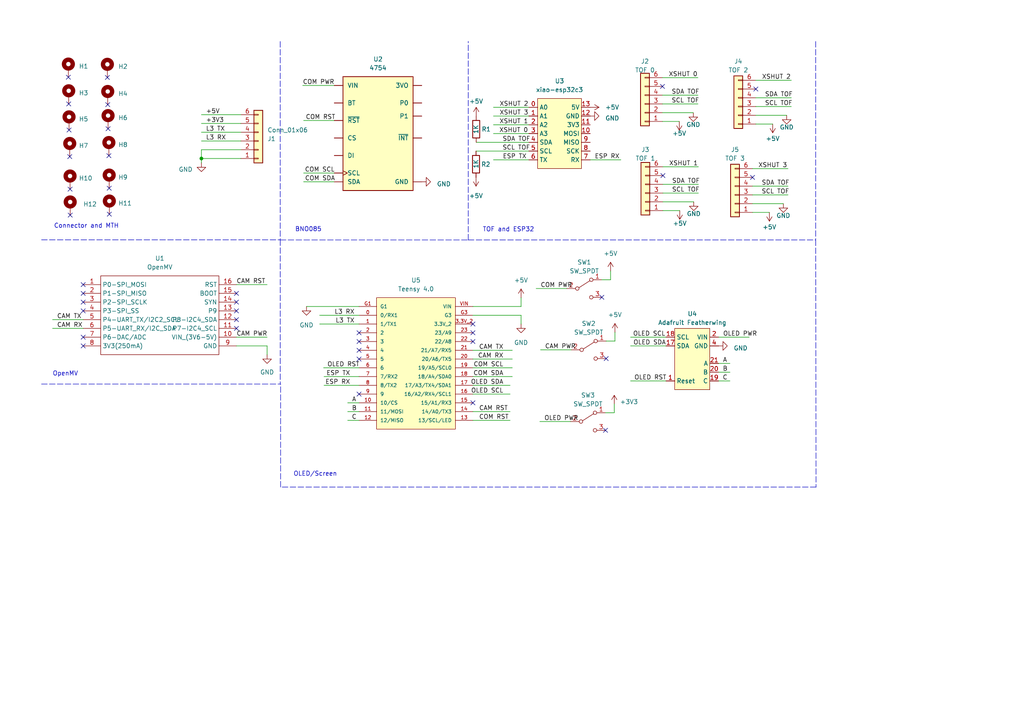
<source format=kicad_sch>
(kicad_sch (version 20230121) (generator eeschema)
  (paper "A4")
  (lib_symbols
    (symbol "Connector_Generic:Conn_01x06" (pin_names (offset 1.016) hide)
      (property "Reference" "J" (at 0 7.62 0))
      (property "Value" "Conn_01x06" (at 0 -10.16 0))
      (symbol "Conn_01x06_1_1"
        (rectangle (start -1.27 -7.493) (end 0 -7.747) (stroke (width 0.1524)))
        (rectangle (start -1.27 -4.953) (end 0 -5.207) (stroke (width 0.1524)))
        (rectangle (start -1.27 -2.413) (end 0 -2.667) (stroke (width 0.1524)))
        (rectangle (start -1.27 0.127) (end 0 -0.127) (stroke (width 0.1524)))
        (rectangle (start -1.27 2.667) (end 0 2.413) (stroke (width 0.1524)))
        (rectangle (start -1.27 5.207) (end 0 4.953) (stroke (width 0.1524)))
        (rectangle (start -1.27 6.35) (end 1.27 -8.89) (stroke (width 0.254)) (fill (type background)))
        (pin passive line (at -5.08 5.08 0) (length 3.81) (name "Pin_1") (number "1"))
        (pin passive line (at -5.08 2.54 0) (length 3.81) (name "Pin_2") (number "2"))
        (pin passive line (at -5.08 0 0) (length 3.81) (name "Pin_3") (number "3"))
        (pin passive line (at -5.08 -2.54 0) (length 3.81) (name "Pin_4") (number "4"))
        (pin passive line (at -5.08 -5.08 0) (length 3.81) (name "Pin_5") (number "5"))
        (pin passive line (at -5.08 -7.62 0) (length 3.81) (name "Pin_6") (number "6"))
      )
    )
    (symbol "Device:R" (pin_numbers hide) (pin_names (offset 0))
      (property "Reference" "R" (at 2.032 0 90))
      (property "Value" "R" (at 0 0 90))
      (symbol "R_0_1"
        (rectangle (start -1.016 -2.54) (end 1.016 2.54) (stroke (width 0.254)))
      )
      (symbol "R_1_1"
        (pin passive line (at 0 3.81 270) (length 1.27) (name "~") (number "1"))
        (pin passive line (at 0 -3.81 90) (length 1.27) (name "~") (number "2"))
      )
    )
    (symbol "Mechanical:MountingHole_Pad" (pin_numbers hide) (pin_names (offset 1.016) hide)
      (property "Reference" "H" (at 0 6.35 0))
      (property "Value" "MountingHole_Pad" (at 0 4.445 0))
      (symbol "MountingHole_Pad_0_1"
        (circle (center 0 1.27) (radius 1.27) (stroke (width 1.27)))
      )
      (symbol "MountingHole_Pad_1_1"
        (pin input line (at 0 -2.54 90) (length 2.54) (name "1") (number "1"))
      )
    )
    (symbol "OLED:Adafruit_Featherwing"
      (property "Reference" "U" (at 0 0 0))
      (property "Value" "Adafruit Featherwing" (at 0 10.16 0))
      (symbol "Adafruit_Featherwing_1_1"
        (rectangle (start -5.08 8.89) (end 5.08 -8.89) (fill (type background)))
        (pin input line (at -7.62 -6.35 0) (length 2.54) (name "Reset") (number "1"))
        (pin bidirectional line (at -7.62 3.81 0) (length 2.54) (name "SDA") (number "17"))
        (pin bidirectional line (at -7.62 6.35 0) (length 2.54) (name "SCL") (number "18"))
        (pin output line (at 7.62 -6.35 180) (length 2.54) (name "C") (number "19"))
        (pin power_in line (at 7.62 6.35 180) (length 2.54) (name "VIN") (number "2"))
        (pin output line (at 7.62 -3.81 180) (length 2.54) (name "B") (number "20"))
        (pin output line (at 7.62 -1.27 180) (length 2.54) (name "A") (number "21"))
        (pin power_in line (at 7.62 3.81 180) (length 2.54) (name "GND") (number "4"))
      )
    )
    (symbol "Switch:SW_SPDT" (pin_names (offset 0) hide)
      (property "Reference" "SW" (at 0 4.318 0))
      (property "Value" "SW_SPDT" (at 0 -5.08 0))
      (symbol "SW_SPDT_0_0"
        (circle (center -2.032 0) (radius 0.508))
        (circle (center 2.032 -2.54) (radius 0.508))
      )
      (symbol "SW_SPDT_0_1"
        (polyline (pts (xy -1.524 0.254) (xy 1.651 2.286)))
        (circle (center 2.032 2.54) (radius 0.508))
      )
      (symbol "SW_SPDT_1_1"
        (pin passive line (at 5.08 2.54 180) (length 2.54) (name "A") (number "1"))
        (pin passive line (at -5.08 0 0) (length 2.54) (name "B") (number "2"))
        (pin passive line (at 5.08 -2.54 180) (length 2.54) (name "C") (number "3"))
      )
    )
    (symbol "power:+3V3" (power) (pin_names (offset 0))
      (property "Value" "+3V3" (at 0 3.556 0))
      (symbol "+3V3_0_1"
        (polyline (pts (xy -0.762 1.27) (xy 0 2.54)))
        (polyline (pts (xy 0 0) (xy 0 2.54)))
        (polyline (pts (xy 0 2.54) (xy 0.762 1.27)))
      )
      (symbol "+3V3_1_1"
        (pin power_in line (at 0 0 90) (length 0) hide (name "+3V3") (number "1"))
      )
    )
    (symbol "power:+5V" (power) (pin_names (offset 0))
      (property "Value" "+5V" (at 0 3.556 0))
      (symbol "+5V_0_1"
        (polyline (pts (xy -0.762 1.27) (xy 0 2.54)))
        (polyline (pts (xy 0 0) (xy 0 2.54)))
        (polyline (pts (xy 0 2.54) (xy 0.762 1.27)))
      )
      (symbol "+5V_1_1"
        (pin power_in line (at 0 0 90) (length 0) hide (name "+5V") (number "1"))
      )
    )
    (symbol "power:GND" (power) (pin_names (offset 0))
      (property "Value" "GND" (at 0 -3.81 0))
      (symbol "GND_0_1"
        (polyline (pts (xy 0 0) (xy 0 -1.27) (xy 1.27 -1.27) (xy 0 -2.54) (xy -1.27 -1.27) (xy 0 -1.27)))
      )
      (symbol "GND_1_1"
        (pin power_in line (at 0 0 270) (length 0) hide (name "GND") (number "1"))
      )
    )
    (symbol "vincent:4754" (pin_numbers hide) (pin_names (offset 1.27))
      (property "Reference" "U" (at -10.16 16.002 0))
      (property "Value" "4754" (at -10.16 -20.32 0))
      (symbol "4754_0_0"
        (rectangle (start -10.16 15.24) (end 10.16 -17.78) (stroke (width 0.254)) (fill (type background)))
      )
      (symbol "4754_1_0"
        (pin input line (at -12.7 12.7 0) (length 2.54) (name "VIN") (number "JP1_1"))
        (pin output line (at 12.7 12.7 180) (length 2.54) (name "3VO") (number "JP1_2"))
        (pin power_in line (at 12.7 -15.24 180) (length 2.54) (name "GND") (number "JP1_3"))
        (pin bidirectional clock (at -12.7 -12.7 0) (length 2.54) (name "SCL") (number "JP1_4"))
        (pin bidirectional line (at -12.7 -15.24 0) (length 2.54) (name "SDA") (number "JP1_5"))
        (pin output line (at 12.7 -2.54 180) (length 2.54) (name "~{INT}") (number "JP1_6"))
        (pin input line (at -12.7 7.62 0) (length 2.54) (name "BT") (number "JP2_1"))
        (pin bidirectional line (at 12.7 7.62 180) (length 2.54) (name "P0") (number "JP2_2"))
        (pin bidirectional line (at 12.7 3.81 180) (length 2.54) (name "P1") (number "JP2_3"))
        (pin input line (at -12.7 2.54 0) (length 2.54) (name "~{RST}") (number "JP2_4"))
        (pin input line (at -12.7 -7.62 0) (length 2.54) (name "DI") (number "JP2_5"))
        (pin input line (at -12.7 -2.54 0) (length 2.54) (name "CS") (number "JP2_6"))
      )
    )
    (symbol "vincent:OpenMV"
      (property "Reference" "U" (at -16.51 3.81 0))
      (property "Value" "OpenMV" (at -12.7 1.27 0))
      (symbol "OpenMV_0_1"
        (rectangle (start -17.78 0) (end 16.51 -22.86))
      )
      (symbol "OpenMV_1_1"
        (pin input line (at -22.86 -2.54 0) (length 5.08) (name "P0-SPI_MOSI") (number "1"))
        (pin power_in line (at 21.59 -17.78 180) (length 5.08) (name "VIN_(3V6-5V)") (number "10"))
        (pin input line (at 21.59 -15.24 180) (length 5.08) (name "P7-I2C4_SCL") (number "11"))
        (pin bidirectional line (at 21.59 -12.7 180) (length 5.08) (name "P8-I2C4_SDA") (number "12"))
        (pin input line (at 21.59 -10.16 180) (length 5.08) (name "P9") (number "13"))
        (pin input line (at 21.59 -7.62 180) (length 5.08) (name "SYN") (number "14"))
        (pin input line (at 21.59 -5.08 180) (length 5.08) (name "BOOT") (number "15"))
        (pin input line (at 21.59 -2.54 180) (length 5.08) (name "RST") (number "16"))
        (pin input line (at -22.86 -5.08 0) (length 5.08) (name "P1-SPI_MISO") (number "2"))
        (pin input line (at -22.86 -7.62 0) (length 5.08) (name "P2-SPI_SCLK") (number "3"))
        (pin input line (at -22.86 -10.16 0) (length 5.08) (name "P3-SPI_SS") (number "4"))
        (pin input line (at -22.86 -12.7 0) (length 5.08) (name "P4-UART_TX/I2C2_SCL") (number "5"))
        (pin bidirectional line (at -22.86 -15.24 0) (length 5.08) (name "P5-UART_RX/I2C_SDA") (number "6"))
        (pin input line (at -22.86 -17.78 0) (length 5.08) (name "P6-DAC/ADC") (number "7"))
        (pin power_out line (at -22.86 -20.32 0) (length 5.08) (name "3V3(250mA)") (number "8"))
        (pin power_in line (at 21.59 -20.32 180) (length 5.08) (name "GND") (number "9"))
      )
    )
    (symbol "vincent:Teensy 4.0" (pin_names (offset 1.016)) (in_bom no)
      (property "Reference" "U" (at -11.43 20.32 0))
      (property "Value" "Teensy 4.0" (at -11.43 -20.32 0))
      (symbol "Teensy 4.0_0_0"
        (rectangle (start -11.43 20.32) (end 11.43 -17.78) (stroke (width 0.1524)) (fill (type background)))
        (pin bidirectional line (at -16.51 10.16 0) (length 5.08) (name "2") (number "2"))
        (pin bidirectional line (at -16.51 7.62 0) (length 5.08) (name "3") (number "3"))
        (pin power_in line (at 16.51 12.7 180) (length 5.08) (name "3.3V_2") (number "3.3V_2"))
        (pin bidirectional line (at -16.51 5.08 0) (length 5.08) (name "4") (number "4"))
        (pin bidirectional line (at -16.51 2.54 0) (length 5.08) (name "5") (number "5"))
        (pin bidirectional line (at -16.51 0 0) (length 5.08) (name "6") (number "6"))
        (pin bidirectional line (at -16.51 -7.62 0) (length 5.08) (name "9") (number "9"))
        (pin power_in line (at -16.51 17.78 0) (length 5.08) (name "G1") (number "G1"))
        (pin power_in line (at 16.51 15.24 180) (length 5.08) (name "G3") (number "G3"))
        (pin power_in line (at 16.51 17.78 180) (length 5.08) (name "VIN") (number "VIN"))
      )
      (symbol "Teensy 4.0_1_0"
        (pin bidirectional line (at -16.51 15.24 0) (length 5.08) (name "0/RX1") (number "0"))
        (pin bidirectional line (at -16.51 12.7 0) (length 5.08) (name "1/TX1") (number "1"))
        (pin bidirectional line (at -16.51 -10.16 0) (length 5.08) (name "10/CS") (number "10"))
        (pin bidirectional line (at -16.51 -12.7 0) (length 5.08) (name "11/MOSI") (number "11"))
        (pin bidirectional line (at -16.51 -15.24 0) (length 5.08) (name "12/MISO") (number "12"))
        (pin bidirectional line (at 16.51 -15.24 180) (length 5.08) (name "13/SCL/LED") (number "13"))
        (pin bidirectional line (at 16.51 -12.7 180) (length 5.08) (name "14/A0/TX3") (number "14"))
        (pin bidirectional line (at 16.51 -10.16 180) (length 5.08) (name "15/A1/RX3") (number "15"))
        (pin bidirectional line (at 16.51 -7.62 180) (length 5.08) (name "16/A2/RX4/SCL1") (number "16"))
        (pin bidirectional line (at 16.51 -5.08 180) (length 5.08) (name "17/A3/TX4/SDA1") (number "17"))
        (pin bidirectional line (at 16.51 -2.54 180) (length 5.08) (name "18/A4/SDA0") (number "18"))
        (pin bidirectional line (at 16.51 0 180) (length 5.08) (name "19/A5/SCL0") (number "19"))
        (pin bidirectional line (at 16.51 2.54 180) (length 5.08) (name "20/A6/TX5") (number "20"))
        (pin bidirectional line (at 16.51 5.08 180) (length 5.08) (name "21/A7/RX5") (number "21"))
        (pin bidirectional line (at 16.51 7.62 180) (length 5.08) (name "22/A8") (number "22"))
        (pin bidirectional line (at 16.51 10.16 180) (length 5.08) (name "23/A9") (number "23"))
        (pin bidirectional line (at -16.51 -2.54 0) (length 5.08) (name "7/RX2") (number "7"))
        (pin bidirectional line (at -16.51 -5.08 0) (length 5.08) (name "8/TX2") (number "8"))
      )
    )
    (symbol "vincent:xiao-esp32c3"
      (property "Reference" "U" (at -5.08 1.27 0))
      (property "Value" "xiao-esp32c3" (at 0 -21.59 0))
      (symbol "xiao-esp32c3_1_1"
        (rectangle (start -6.35 0) (end 6.35 -20.32) (fill (type background)))
        (pin input line (at -8.89 -2.54 0) (length 2.54) (name "A0") (number "0"))
        (pin input line (at -8.89 -5.08 0) (length 2.54) (name "A1") (number "1"))
        (pin bidirectional line (at 8.89 -10.16 180) (length 2.54) (name "MOSI") (number "10"))
        (pin bidirectional line (at 8.89 -7.62 180) (length 2.54) (name "3V3") (number "11"))
        (pin bidirectional line (at 8.89 -5.08 180) (length 2.54) (name "GND") (number "12"))
        (pin bidirectional line (at 8.89 -2.54 180) (length 2.54) (name "5V") (number "13"))
        (pin input line (at -8.89 -7.62 0) (length 2.54) (name "A2") (number "2"))
        (pin input line (at -8.89 -10.16 0) (length 2.54) (name "A3") (number "3"))
        (pin bidirectional line (at -8.89 -12.7 0) (length 2.54) (name "SDA") (number "4"))
        (pin bidirectional line (at -8.89 -15.24 0) (length 2.54) (name "SCL") (number "5"))
        (pin bidirectional line (at -8.89 -17.78 0) (length 2.54) (name "TX") (number "6"))
        (pin bidirectional line (at 8.89 -17.78 180) (length 2.54) (name "RX") (number "7"))
        (pin bidirectional line (at 8.89 -15.24 180) (length 2.54) (name "SCK") (number "8"))
        (pin bidirectional line (at 8.89 -12.7 180) (length 2.54) (name "MISO") (number "9"))
      )
    )
  )
  (junction (at 58.42 45.974))
  (no_connect (at 20.0269 37.7103))
  (no_connect (at 137.16 96.52))
  (no_connect (at 104.14 96.52))
  (no_connect (at 137.16 93.98))
  (no_connect (at 104.14 114.3))
  (no_connect (at 104.14 101.6))
  (no_connect (at 31.6697 54.5946))
  (no_connect (at 24.13 90.17))
  (no_connect (at 218.2623 51.4499))
  (no_connect (at 20.2289 45.4226))
  (no_connect (at 68.58 92.71))
  (no_connect (at 219.2226 25.8226))
  (no_connect (at 31.7112 62.1214))
  (no_connect (at 68.58 90.17))
  (no_connect (at 19.829 22.397))
  (no_connect (at 192.145 25.066))
  (no_connect (at 137.16 99.06))
  (no_connect (at 68.58 87.63))
  (no_connect (at 31.5786 45.1532))
  (no_connect (at 20.32 54.864))
  (no_connect (at 24.13 97.79))
  (no_connect (at 20.3615 62.3908))
  (no_connect (at 31.145 22.4644))
  (no_connect (at 24.13 82.55))
  (no_connect (at 192.2697 50.9226))
  (no_connect (at 104.14 99.06))
  (no_connect (at 31.3429 37.3398))
  (no_connect (at 137.16 116.84))
  (no_connect (at 19.93 30.1431))
  (no_connect (at 174.5486 86.2225))
  (no_connect (at 104.14 104.14))
  (no_connect (at 175.6205 124.8017))
  (no_connect (at 24.13 85.09))
  (no_connect (at 24.13 87.63))
  (no_connect (at 31.246 30.3452))
  (no_connect (at 68.58 85.09))
  (no_connect (at 68.58 95.25))
  (no_connect (at 175.8186 104.0025))
  (no_connect (at 24.13 100.33))
  (wire (pts (xy 92.71 93.98) (xy 104.14 93.98)))
  (wire (pts (xy 151.13 88.9) (xy 137.16 88.9)))
  (wire (pts (xy 208.4127 110.49) (xy 211.7152 110.49)))
  (wire (pts (xy 143.1158 38.7398) (xy 153.4085 38.7398)))
  (wire (pts (xy 228.1656 33.4426) (xy 219.2226 33.4426)))
  (wire (pts (xy 137.16 106.68) (xy 148.59 106.68)))
  (wire (pts (xy 208.4127 97.79) (xy 217.3027 97.79)))
  (wire (pts (xy 151.13 93.98) (xy 151.13 91.44)))
  (wire (pts (xy 137.16 114.3) (xy 147.9457 114.3)))
  (wire (pts (xy 175.6205 119.7217) (xy 178.1605 119.7217)))
  (wire (pts (xy 218.2623 56.5299) (xy 228.555 56.5299)))
  (wire (pts (xy 192.145 22.526) (xy 202.4377 22.526)))
  (wire (pts (xy 155.4986 83.6825) (xy 164.3886 83.6825)))
  (polyline (pts (xy 81.3842 141.2664) (xy 81.3842 111.396)) (stroke (width 0) (type dash)))
  (wire (pts (xy 104.14 111.76) (xy 93.98 111.76)))
  (wire (pts (xy 58.42 43.434) (xy 69.85 43.434)))
  (wire (pts (xy 69.85 33.274) (xy 58.42 33.274)))
  (wire (pts (xy 15.24 92.71) (xy 24.13 92.71)))
  (wire (pts (xy 138.0702 43.8198) (xy 153.4085 43.8198)))
  (wire (pts (xy 151.13 91.44) (xy 137.16 91.44)))
  (wire (pts (xy 219.2226 35.9826) (xy 224.1187 35.9826)))
  (wire (pts (xy 137.16 104.14) (xy 148.59 104.14)))
  (wire (pts (xy 192.145 35.226) (xy 197.0235 35.226)))
  (wire (pts (xy 100.8418 121.92) (xy 104.14 121.92)))
  (wire (pts (xy 201.2127 58.5426) (xy 192.2697 58.5426)))
  (wire (pts (xy 182.88 97.79) (xy 193.1727 97.79)))
  (wire (pts (xy 143.1158 33.6598) (xy 153.4085 33.6598)))
  (wire (pts (xy 92.71 91.44) (xy 104.14 91.44)))
  (wire (pts (xy 58.42 45.974) (xy 58.42 43.434)))
  (wire (pts (xy 192.2697 56.0026) (xy 202.5624 56.0026)))
  (wire (pts (xy 182.88 110.49) (xy 193.1727 110.49)))
  (wire (pts (xy 219.2226 30.9026) (xy 229.5153 30.9026)))
  (wire (pts (xy 100.8418 116.84) (xy 104.14 116.84)))
  (wire (pts (xy 156.5705 122.2617) (xy 165.4605 122.2617)))
  (wire (pts (xy 69.85 40.894) (xy 58.42 40.894)))
  (wire (pts (xy 58.42 47.244) (xy 58.42 45.974)))
  (polyline (pts (xy 135.8088 12.0264) (xy 135.8142 12.0264)))
  (polyline (pts (xy 135.8088 69.5957) (xy 135.8088 12.0264)) (stroke (width 0) (type dash)))
  (wire (pts (xy 69.85 38.354) (xy 58.42 38.354)))
  (polyline (pts (xy 81.2697 69.5626) (xy 81.2697 69.5957)))
  (wire (pts (xy 182.88 100.33) (xy 193.1727 100.33)))
  (wire (pts (xy 68.58 100.33) (xy 77.47 100.33)))
  (wire (pts (xy 88.0546 50.1874) (xy 96.9446 50.1874)))
  (polyline (pts (xy 236.5875 69.6052) (xy 236.6852 141.2664)) (stroke (width 0) (type dash)))
  (polyline (pts (xy 236.5833 12.022) (xy 236.5833 69.5929)) (stroke (width 0) (type dash)))
  (wire (pts (xy 227.2053 59.0699) (xy 218.2623 59.0699)))
  (wire (pts (xy 219.2226 23.2826) (xy 229.5153 23.2826)))
  (wire (pts (xy 177.0886 78.6025) (xy 177.0886 81.1425)))
  (wire (pts (xy 143.1158 46.3598) (xy 153.4085 46.3598)))
  (wire (pts (xy 143.1158 31.1198) (xy 153.4085 31.1198)))
  (polyline (pts (xy 12.0423 69.565) (xy 81.274 69.565)) (stroke (width 0) (type dash)))
  (wire (pts (xy 143.1158 36.1998) (xy 153.4085 36.1998)))
  (wire (pts (xy 218.2623 48.9099) (xy 228.555 48.9099)))
  (wire (pts (xy 137.16 111.76) (xy 147.9457 111.76)))
  (wire (pts (xy 100.8418 119.38) (xy 104.14 119.38)))
  (wire (pts (xy 137.16 109.22) (xy 148.59 109.22)))
  (wire (pts (xy 137.16 119.38) (xy 147.9457 119.38)))
  (wire (pts (xy 87.796 24.7874) (xy 96.9446 24.7874)))
  (polyline (pts (xy 81.2697 69.5957) (xy 135.8088 69.5957)) (stroke (width 0) (type dash)))
  (polyline (pts (xy 236.6852 141.2664) (xy 81.3842 141.2664)) (stroke (width 0) (type dash)))
  (wire (pts (xy 192.145 27.606) (xy 202.4377 27.606)))
  (wire (pts (xy 58.42 45.974) (xy 69.85 45.974)))
  (wire (pts (xy 15.24 95.25) (xy 24.13 95.25)))
  (wire (pts (xy 137.16 121.92) (xy 147.9457 121.92)))
  (wire (pts (xy 174.5486 81.1425) (xy 177.0886 81.1425)))
  (wire (pts (xy 178.1605 117.1817) (xy 178.1605 119.7217)))
  (wire (pts (xy 88.9 88.9) (xy 104.14 88.9)))
  (wire (pts (xy 68.58 82.55) (xy 77.47 82.55)))
  (wire (pts (xy 192.145 30.146) (xy 202.4377 30.146)))
  (wire (pts (xy 69.85 35.814) (xy 58.42 35.814)))
  (wire (pts (xy 201.088 32.686) (xy 192.145 32.686)))
  (wire (pts (xy 88.0546 34.9474) (xy 96.9446 34.9474)))
  (wire (pts (xy 192.2697 53.4626) (xy 202.5624 53.4626)))
  (wire (pts (xy 208.4127 107.95) (xy 211.7237 107.95)))
  (wire (pts (xy 192.2697 61.0826) (xy 197.1658 61.0826)))
  (wire (pts (xy 93.8473 106.68) (xy 104.14 106.68)))
  (wire (pts (xy 138.1208 41.2798) (xy 153.4085 41.2798)))
  (wire (pts (xy 156.7686 101.4625) (xy 165.6586 101.4625)))
  (polyline (pts (xy 81.274 12.0332) (xy 81.274 69.5154)) (stroke (width 0) (type dash)))
  (wire (pts (xy 151.13 86.36) (xy 151.13 88.9)))
  (polyline (pts (xy 81.2801 69.5616) (xy 81.2801 111.3906)) (stroke (width 0) (type dash)))
  (wire (pts (xy 77.47 100.33) (xy 77.47 102.87)))
  (wire (pts (xy 218.2623 61.6099) (xy 223.1584 61.6099)))
  (wire (pts (xy 171.1885 46.3598) (xy 180.0785 46.3598)))
  (wire (pts (xy 104.14 109.22) (xy 93.98 109.22)))
  (wire (pts (xy 178.3586 96.3825) (xy 178.3586 98.9225)))
  (wire (pts (xy 137.16 101.6) (xy 148.59 101.6)))
  (wire (pts (xy 192.2697 48.3826) (xy 202.5624 48.3826)))
  (wire (pts (xy 88.0546 52.7274) (xy 96.9446 52.7274)))
  (polyline (pts (xy 12.0372 111.3906) (xy 81.2801 111.3906)) (stroke (width 0) (type dash)))
  (polyline (pts (xy 135.8074 69.5929) (xy 236.5833 69.5929)) (stroke (width 0) (type dash)))
  (wire (pts (xy 219.2226 28.3626) (xy 229.5153 28.3626)))
  (wire (pts (xy 218.2623 53.9899) (xy 228.555 53.9899)))
  (wire (pts (xy 68.58 97.79) (xy 77.47 97.79)))
  (wire (pts (xy 208.4127 105.41) (xy 211.7109 105.41)))
  (wire (pts (xy 175.8186 98.9225) (xy 178.3586 98.9225)))
  (text "BNO085" (at 85.5565 67.3701 0) (effects (font (size 1.27 1.27)) (justify left bottom)))
  (text "OLED/Screen" (at 85.09 138.303 0) (effects (font (size 1.27 1.27)) (justify left bottom)))
  (text "TOF and ESP32" (at 139.9649 67.4108 0) (effects (font (size 1.27 1.27)) (justify left bottom)))
  (text "OpenMV" (at 15.24 109.22 0) (effects (font (size 1.27 1.27)) (justify left bottom)))
  (text "Connector and MTH" (at 15.6162 66.3764 0) (effects (font (size 1.27 1.27)) (justify left bottom)))
  (label "COM SCL" (at 146.05 106.68 180))
  (label "SDA TOF" (at 221.833 28.3626 0))
  (label "A" (at 102.0667 116.84 0))
  (label "L3 RX" (at 102.87 91.44 180))
  (label "XSHUT 3" (at 144.857 33.6598 0))
  (label "CAM PWR" (at 68.58 97.79 0))
  (label "SDA TOF" (at 145.7262 41.2798 0))
  (label "SCL TOF" (at 194.8665 56.0026 0))
  (label "OLED PWR" (at 157.8405 122.2617 0))
  (label "A" (at 209.6376 105.41 0))
  (label "COM SDA" (at 88.4224 52.7274 0))
  (label "SDA TOF" (at 194.8801 53.4626 0))
  (label "+3V3" (at 59.69 35.814 0))
  (label "L3 TX" (at 59.69 38.354 0))
  (label "XSHUT 2" (at 220.9644 23.2826 0))
  (label "XSHUT 2" (at 144.8583 31.1198 0))
  (label "OLED SCL" (at 183.5701 97.79 0))
  (label "CAM PWR" (at 158.0386 101.4625 0))
  (label "CAM RX" (at 16.51 95.25 0))
  (label "COM SCL" (at 88.3912 50.1874 0))
  (label "CAM RST" (at 68.58 82.55 0))
  (label "XSHUT 0" (at 144.7679 38.7398 0))
  (label "CAM TX" (at 146.05 101.6 180))
  (label "C" (at 209.5669 110.49 0))
  (label "OLED SDA" (at 146.05 111.76 180))
  (label "COM SDA" (at 146.05 109.22 180))
  (label "CAM RST" (at 138.9199 119.38 0))
  (label "SCL TOF" (at 194.7418 30.146 0))
  (label "OLED PWR" (at 209.6827 97.79 0))
  (label "B" (at 209.5952 107.95 0))
  (label "SDA TOF" (at 194.7554 27.606 0))
  (label "XSHUT 1" (at 194.0333 48.3826 0))
  (label "OLED SCL" (at 146.05 114.3 180))
  (label "OLED RST" (at 94.9022 106.68 0))
  (label "COM PWR" (at 156.7686 83.6825 0))
  (label "ESP TX" (at 145.7885 46.3598 0))
  (label "OLED SDA" (at 183.657 100.33 0))
  (label "XSHUT 0" (at 193.9147 22.526 0))
  (label "SCL TOF" (at 221.8194 30.9026 0))
  (label "COM PWR" (at 87.796 24.7874 0))
  (label "XSHUT 1" (at 144.8167 36.1998 0))
  (label "SCL TOF" (at 220.8591 56.5299 0))
  (label "B" (at 102.0243 119.38 0))
  (label "ESP TX" (at 101.6 109.22 180))
  (label "C" (at 101.996 121.92 0))
  (label "CAM TX" (at 16.51 92.71 0))
  (label "+5V" (at 59.69 33.274 0))
  (label "L3 RX" (at 59.69 40.894 0))
  (label "CAM RX" (at 146.05 104.14 180))
  (label "COM RST" (at 88.6323 34.9474 0))
  (label "XSHUT 3" (at 219.9077 48.9099 0))
  (label "OLED RST" (at 183.9349 110.49 0))
  (label "SCL TOF" (at 145.7126 43.8198 0))
  (label "SDA TOF" (at 220.8727 53.9899 0))
  (label "ESP RX" (at 172.4585 46.3598 0))
  (label "L3 TX" (at 102.87 93.98 180))
  (label "ESP RX" (at 101.6 111.76 180))
  (label "COM RST" (at 138.9199 121.92 0))
  (symbol (lib_id "power:+5V") (at 177.0886 78.6025 0) (unit 1)
    (property "Reference" "#PWR02" (effects hide))
    (property "Value" "+5V" (at 177.0886 73.5225 0))
  )
  (symbol (lib_id "power:+5V") (at 224.1187 35.9826 0) (mirror x) (unit 1)
    (property "Reference" "#PWR021" (effects hide))
    (property "Value" "+5V" (at 224.1187 40.2011 0))
  )
  (symbol (lib_id "power:GND") (at 171.1885 33.6598 90) (unit 1)
    (property "Reference" "#PWR04" (effects hide))
    (property "Value" "GND" (at 175.5349 34.2948 90) (effects (justify right)))
  )
  (symbol (lib_id "Mechanical:MountingHole_Pad") (at 31.145 19.9244 0) (unit 1)
    (property "Reference" "H2" (at 34.29 19.2894 0) (effects (justify left)))
    (property "Value" "MountingHole_Pad" (effects hide))
    (property "Footprint" "MountingHole:MountingHole_3.2mm_M3_Pad_Via" (effects hide))
  )
  (symbol (lib_id "Mechanical:MountingHole_Pad") (at 31.7112 59.5814 0) (unit 1)
    (property "Reference" "H11" (at 34.29 58.9464 0) (effects (justify left)))
    (property "Value" "MountingHole_Pad" (effects hide))
    (property "Footprint" "MountingHole:MountingHole_3.2mm_M3_Pad_Via" (effects hide))
  )
  (symbol (lib_id "power:GND") (at 201.088 32.686 0) (mirror y) (unit 1)
    (property "Reference" "#PWR024" (effects hide))
    (property "Value" "GND" (at 201.088 36.1479 0))
  )
  (symbol (lib_id "Mechanical:MountingHole_Pad") (at 19.829 19.857 0) (unit 1)
    (property "Reference" "H1" (at 22.86 19.222 0) (effects (justify left)))
    (property "Value" "MountingHole_Pad" (effects hide))
    (property "Footprint" "MountingHole:MountingHole_3.2mm_M3_Pad_Via" (effects hide))
  )
  (symbol (lib_id "Mechanical:MountingHole_Pad") (at 31.246 27.8052 0) (unit 1)
    (property "Reference" "H4" (at 34.29 27.1702 0) (effects (justify left)))
    (property "Value" "MountingHole_Pad" (effects hide))
    (property "Footprint" "MountingHole:MountingHole_3.2mm_M3_Pad_Via" (effects hide))
  )
  (symbol (lib_id "vincent:4754") (at 109.6446 37.4874 0) (unit 1)
    (property "Reference" "U2" (at 109.6446 17.1674 0))
    (property "Value" "4754" (at 109.6446 19.7074 0))
    (property "Footprint" "2024l3:bno085" (effects hide))
  )
  (symbol (lib_id "Mechanical:MountingHole_Pad") (at 20.32 52.324 0) (unit 1)
    (property "Reference" "H10" (at 22.86 51.689 0) (effects (justify left)))
    (property "Value" "MountingHole_Pad" (effects hide))
    (property "Footprint" "MountingHole:MountingHole_3.2mm_M3_Pad_Via" (effects hide))
  )
  (symbol (lib_id "power:GND") (at 77.47 102.87 0) (unit 1)
    (property "Reference" "#PWR07" (effects hide))
    (property "Value" "GND" (at 77.47 107.95 0))
  )
  (symbol (lib_id "power:GND") (at 228.1656 33.4426 0) (mirror y) (unit 1)
    (property "Reference" "#PWR027" (effects hide))
    (property "Value" "GND" (at 228.1656 36.9045 0))
  )
  (symbol (lib_id "vincent:xiao-esp32c3") (at 162.2985 28.5798 0) (unit 1)
    (property "Reference" "U3" (at 162.2985 23.4998 0))
    (property "Value" "xiao-esp32c3" (at 162.2985 26.0398 0))
    (property "Footprint" "2024l3:xiao-esp32c3" (effects hide))
    (property "Datasheet" "https://files.seeedstudio.com/wiki/XIAO_WiFi/Resources/esp32-c3_datasheet.pdf" (effects hide))
  )
  (symbol (lib_id "power:+5V") (at 151.13 86.36 0) (unit 1)
    (property "Reference" "#PWR08" (effects hide))
    (property "Value" "+5V" (at 151.13 81.28 0))
  )
  (symbol (lib_id "Device:R") (at 138.0702 47.6298 0) (unit 1)
    (property "Reference" "R2" (at 139.5631 47.6707 0) (effects (justify left)))
    (property "Value" "1K" (at 138.0583 48.898 90) (effects (justify left)))
    (property "Footprint" "2024l3:res0603" (effects hide))
    (property "LCSC" "C21190" (effects hide))
  )
  (symbol (lib_id "power:+5V") (at 178.3586 96.3825 0) (unit 1)
    (property "Reference" "#PWR05" (effects hide))
    (property "Value" "+5V" (at 178.3586 91.3025 0))
  )
  (symbol (lib_id "power:GND") (at 151.13 93.98 0) (unit 1)
    (property "Reference" "#PWR01" (effects hide))
    (property "Value" "GND" (at 151.13 99.3715 0))
  )
  (symbol (lib_id "power:+5V") (at 138.1208 33.6598 0) (unit 1)
    (property "Reference" "#PWR018" (effects hide))
    (property "Value" "+5V" (at 138.1208 29.3873 0))
  )
  (symbol (lib_id "power:GND") (at 88.9 88.9 0) (mirror y) (unit 1)
    (property "Reference" "#PWR030" (effects hide))
    (property "Value" "GND" (at 88.9 94.2915 0))
  )
  (symbol (lib_id "Mechanical:MountingHole_Pad") (at 31.5786 42.6132 0) (unit 1)
    (property "Reference" "H8" (at 34.29 41.9782 0) (effects (justify left)))
    (property "Value" "MountingHole_Pad" (effects hide))
    (property "Footprint" "MountingHole:MountingHole_3.2mm_M3_Pad_Via" (effects hide))
  )
  (symbol (lib_id "power:+5V") (at 171.1885 31.1198 270) (unit 1)
    (property "Reference" "#PWR03" (effects hide))
    (property "Value" "+5V" (at 175.5174 31.1239 90) (effects (justify left)))
  )
  (symbol (lib_id "Device:R") (at 138.1208 37.4698 0) (unit 1)
    (property "Reference" "R1" (at 139.6675 37.4834 0) (effects (justify left)))
    (property "Value" "1K" (at 138.0506 38.8535 90) (effects (justify left)))
    (property "Footprint" "2024l3:res0603" (effects hide))
    (property "LCSC" "C21190" (effects hide))
  )
  (symbol (lib_id "Mechanical:MountingHole_Pad") (at 31.3429 34.7998 0) (unit 1)
    (property "Reference" "H6" (at 34.29 34.1648 0) (effects (justify left)))
    (property "Value" "MountingHole_Pad" (effects hide))
    (property "Footprint" "MountingHole:MountingHole_3.2mm_M3_Pad_Via" (effects hide))
  )
  (symbol (lib_id "power:GND") (at 201.2127 58.5426 0) (mirror y) (unit 1)
    (property "Reference" "#PWR025" (effects hide))
    (property "Value" "GND" (at 201.2127 62.0045 0))
  )
  (symbol (lib_id "Mechanical:MountingHole_Pad") (at 31.6697 52.0546 0) (unit 1)
    (property "Reference" "H9" (at 34.29 51.4196 0) (effects (justify left)))
    (property "Value" "MountingHole_Pad" (effects hide))
    (property "Footprint" "MountingHole:MountingHole_3.2mm_M3_Pad_Via" (effects hide))
  )
  (symbol (lib_id "Mechanical:MountingHole_Pad") (at 20.0269 35.1703 0) (unit 1)
    (property "Reference" "H5" (at 22.86 34.5353 0) (effects (justify left)))
    (property "Value" "MountingHole_Pad" (effects hide))
    (property "Footprint" "MountingHole:MountingHole_3.2mm_M3_Pad_Via" (effects hide))
  )
  (symbol (lib_id "power:+5V") (at 197.1658 61.0826 0) (mirror x) (unit 1)
    (property "Reference" "#PWR023" (effects hide))
    (property "Value" "+5V" (at 197.1658 64.8 0))
  )
  (symbol (lib_id "Connector_Generic:Conn_01x06") (at 213.1823 56.5299 180) (unit 1)
    (property "Reference" "J5" (at 213.1823 43.394 0))
    (property "Value" "TOF 3" (at 213.1823 45.934 0))
    (property "Footprint" "Connector_PinSocket_2.54mm:PinSocket_1x06_P2.54mm_Vertical" (effects hide))
  )
  (symbol (lib_id "power:+5V") (at 197.0235 35.226 0) (mirror x) (unit 1)
    (property "Reference" "#PWR09" (effects hide))
    (property "Value" "+5V" (at 197.0235 38.6879 0))
  )
  (symbol (lib_id "Connector_Generic:Conn_01x06") (at 187.1897 56.0026 180) (unit 1)
    (property "Reference" "J3" (at 187.1897 43.3952 0))
    (property "Value" "TOF 1" (at 187.1897 45.9352 0))
    (property "Footprint" "Connector_PinSocket_2.54mm:PinSocket_1x06_P2.54mm_Vertical" (effects hide))
  )
  (symbol (lib_id "Switch:SW_SPDT") (at 170.5405 122.2617 0) (unit 1)
    (property "Reference" "SW3" (at 170.5405 114.6417 0))
    (property "Value" "SW_SPDT" (at 170.5405 117.1817 0))
    (property "Footprint" "2024l3:SS12D00G3" (effects hide))
  )
  (symbol (lib_id "power:+5V") (at 138.0702 51.4398 180) (unit 1)
    (property "Reference" "#PWR017" (effects hide))
    (property "Value" "+5V" (at 138.0702 56.801 0))
  )
  (symbol (lib_id "power:GND") (at 227.2053 59.0699 0) (mirror y) (unit 1)
    (property "Reference" "#PWR026" (effects hide))
    (property "Value" "GND" (at 227.2053 62.5318 0))
  )
  (symbol (lib_id "Switch:SW_SPDT") (at 169.4686 83.6825 0) (unit 1)
    (property "Reference" "SW1" (at 169.4686 76.0625 0))
    (property "Value" "SW_SPDT" (at 169.4686 78.6025 0))
    (property "Footprint" "2024l3:SS12D00G3" (effects hide))
  )
  (symbol (lib_id "power:+3V3") (at 178.1605 117.1817 0) (unit 1)
    (property "Reference" "#PWR010" (effects hide))
    (property "Value" "+3V3" (at 179.7787 116.5467 0) (effects (justify left)))
  )
  (symbol (lib_id "Connector_Generic:Conn_01x06") (at 214.1426 30.9026 180) (unit 1)
    (property "Reference" "J4" (at 214.1426 17.7941 0))
    (property "Value" "TOF 2" (at 214.1426 20.3341 0))
    (property "Footprint" "Connector_PinSocket_2.54mm:PinSocket_1x06_P2.54mm_Vertical" (effects hide))
  )
  (symbol (lib_id "power:GND") (at 58.42 47.244 0) (mirror y) (unit 1)
    (property "Reference" "#PWR012" (effects hide))
    (property "Value" "GND" (at 55.88 49.149 0) (effects (justify left)))
  )
  (symbol (lib_id "Switch:SW_SPDT") (at 170.7386 101.4625 0) (unit 1)
    (property "Reference" "SW2" (at 170.7386 93.8425 0))
    (property "Value" "SW_SPDT" (at 170.7386 96.3825 0))
    (property "Footprint" "2024l3:SS12D00G3" (effects hide))
  )
  (symbol (lib_id "Connector_Generic:Conn_01x06") (at 187.065 30.146 180) (unit 1)
    (property "Reference" "J2" (at 187.065 17.7941 0))
    (property "Value" "TOF 0" (at 187.065 20.3341 0))
    (property "Footprint" "Connector_PinSocket_2.54mm:PinSocket_1x06_P2.54mm_Vertical" (effects hide))
  )
  (symbol (lib_id "power:GND") (at 122.3446 52.7274 90) (unit 1)
    (property "Reference" "#PWR06" (effects hide))
    (property "Value" "GND" (at 126.691 53.3624 90) (effects (justify right)))
  )
  (symbol (lib_id "Mechanical:MountingHole_Pad") (at 20.2289 42.8826 0) (unit 1)
    (property "Reference" "H7" (at 22.86 42.2476 0) (effects (justify left)))
    (property "Value" "MountingHole_Pad" (effects hide))
    (property "Footprint" "MountingHole:MountingHole_3.2mm_M3_Pad_Via" (effects hide))
  )
  (symbol (lib_id "Mechanical:MountingHole_Pad") (at 19.93 27.6031 0) (unit 1)
    (property "Reference" "H3" (at 22.86 26.9681 0) (effects (justify left)))
    (property "Value" "MountingHole_Pad" (effects hide))
    (property "Footprint" "MountingHole:MountingHole_3.2mm_M3_Pad_Via" (effects hide))
  )
  (symbol (lib_id "Connector_Generic:Conn_01x06") (at 74.93 40.894 0) (mirror x) (unit 1)
    (property "Reference" "J1" (at 77.5573 40.259 0) (effects (justify left)))
    (property "Value" "Conn_01x06" (at 77.5573 37.719 0) (effects (justify left)))
    (property "Footprint" "Connector_JST:JST_XH_B6B-XH-A_1x06_P2.50mm_Vertical" (effects hide))
  )
  (symbol (lib_id "vincent:Teensy 4.0") (at 120.65 106.68 0) (unit 1) (in_bom no)
    (property "Reference" "U5" (at 120.65 81.28 0))
    (property "Value" "Teensy 4.0" (at 120.65 83.82 0))
    (property "Footprint" "2024l3:Teensy 4.0" (effects hide))
  )
  (symbol (lib_id "OLED:Adafruit_Featherwing") (at 200.7927 104.14 0) (unit 1)
    (property "Reference" "U4" (at 200.7927 91.0172 0))
    (property "Value" "Adafruit Featherwing" (at 200.7927 93.5572 0))
    (property "Footprint" "2024l3:Adafruit Feather OLED" (effects hide))
  )
  (symbol (lib_id "power:GND") (at 208.4127 100.33 90) (unit 1)
    (property "Reference" "#PWR011" (effects hide))
    (property "Value" "GND" (at 212.7591 100.965 90) (effects (justify right)))
  )
  (symbol (lib_id "power:+5V") (at 223.1584 61.6099 0) (mirror x) (unit 1)
    (property "Reference" "#PWR022" (effects hide))
    (property "Value" "+5V" (at 223.1584 65.8558 0))
  )
  (symbol (lib_id "Mechanical:MountingHole_Pad") (at 20.3615 59.8508 0) (unit 1)
    (property "Reference" "H12" (at 24.13 59.2158 0) (effects (justify left)))
    (property "Value" "MountingHole_Pad" (effects hide))
    (property "Footprint" "MountingHole:MountingHole_3.2mm_M3_Pad_Via" (effects hide))
  )
  (symbol (lib_id "vincent:OpenMV") (at 46.99 80.01 0) (unit 1)
    (property "Reference" "U1" (at 46.355 74.93 0))
    (property "Value" "OpenMV" (at 46.355 77.47 0))
    (property "Footprint" "2024l3:openmv" (effects hide))
    (property "Datasheet" "https://cdn.shopify.com/s/files/1/0803/9211/files/OpenMV-H7.pdf?10726770933929369108" (effects hide))
  )
)
</source>
